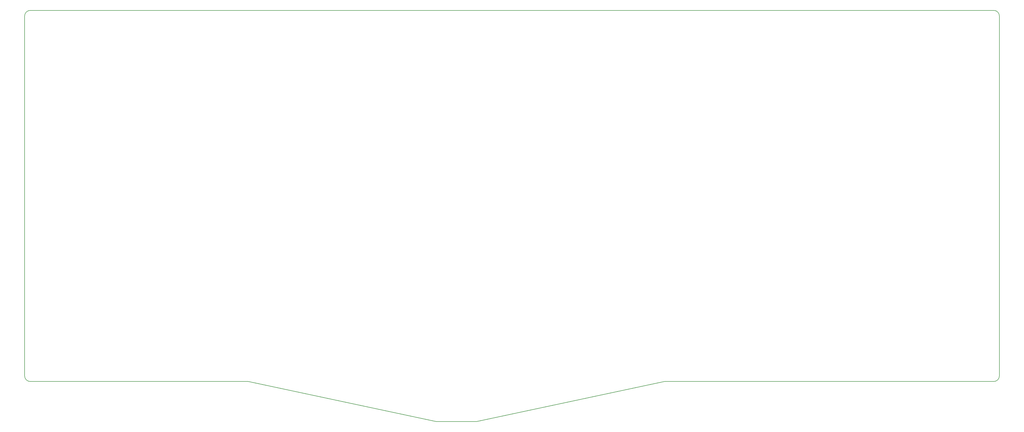
<source format=gm1>
G04 #@! TF.GenerationSoftware,KiCad,Pcbnew,5.1.10*
G04 #@! TF.CreationDate,2021-08-01T15:31:46+12:00*
G04 #@! TF.ProjectId,adelheid,6164656c-6865-4696-942e-6b696361645f,2.0*
G04 #@! TF.SameCoordinates,Original*
G04 #@! TF.FileFunction,Profile,NP*
%FSLAX46Y46*%
G04 Gerber Fmt 4.6, Leading zero omitted, Abs format (unit mm)*
G04 Created by KiCad (PCBNEW 5.1.10) date 2021-08-01 15:31:46*
%MOMM*%
%LPD*%
G01*
G04 APERTURE LIST*
G04 #@! TA.AperFunction,Profile*
%ADD10C,0.150000*%
G04 #@! TD*
G04 APERTURE END LIST*
D10*
X362499949Y-153707503D02*
G75*
G03*
X364499949Y-151707503I0J2000000D01*
G01*
X362499949Y-24432509D02*
G75*
G02*
X364499949Y-26432509I0J-2000000D01*
G01*
X27412500Y-24432509D02*
G75*
G03*
X25412500Y-26432509I0J-2000000D01*
G01*
X27412500Y-153707503D02*
G75*
G02*
X25412500Y-151707503I0J2000000D01*
G01*
X182630000Y-167625232D02*
X248110000Y-153707503D01*
X168600000Y-167625232D02*
X182630000Y-167625232D01*
X103126700Y-153707503D02*
X168600000Y-167625232D01*
X248110000Y-153707503D02*
X362499949Y-153707503D01*
X27412500Y-153707503D02*
X103126700Y-153707503D01*
X27412500Y-24432509D02*
X362499949Y-24432509D01*
X364499949Y-26432509D02*
X364499949Y-151707503D01*
X25412500Y-26432509D02*
X25412500Y-151707503D01*
M02*

</source>
